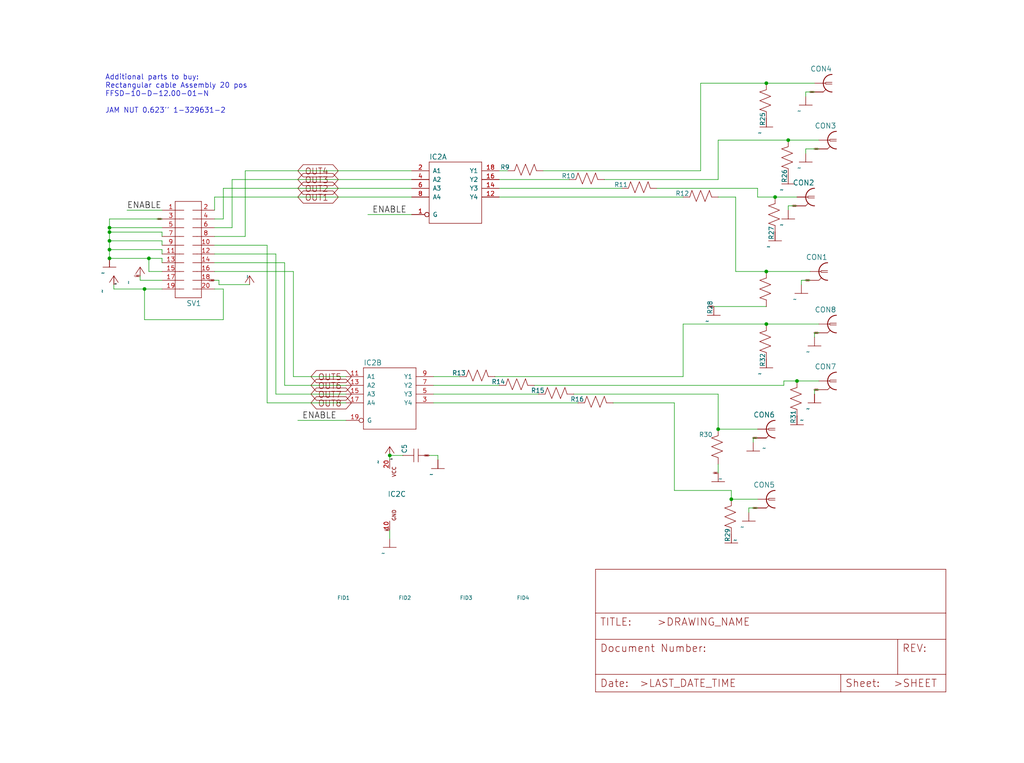
<source format=kicad_sch>
(kicad_sch (version 20211123) (generator eeschema)
  (paper "User" 297.002 221.31)
  (lib_symbols
    (symbol "breakout-eagle-import:+3V3" (power) (pin_names (offset 1.016))
      (property "Value" "+3V3" (at -2.54 -5.08 90))
      (symbol "+3V3_1_0"
        (polyline (pts (xy 0 0) (xy -1.27 -1.905)))
        (polyline (pts (xy 1.27 -1.905) (xy 0 0)))
        (pin power_in line (at 0 -2.54 90) (length 2.54) (name "+3V3") (number "1"))
      )
    )
    (symbol "breakout-eagle-import:+5V" (power) (pin_names (offset 1.016))
      (property "Value" "+5V" (at -2.54 -5.08 90))
      (symbol "+5V_1_0"
        (polyline (pts (xy 0 0) (xy -1.27 -1.905)))
        (polyline (pts (xy 1.27 -1.905) (xy 0 0)))
        (pin power_in line (at 0 -2.54 90) (length 2.54) (name "+5V") (number "1"))
      )
    )
    (symbol "breakout-eagle-import:74244DW" (pin_names (offset 1.016))
      (property "Reference" "IC" (at -0.635 -0.635 0))
      (symbol "74244DW_1_0"
        (polyline (pts (xy -7.62 -10.16) (xy 7.62 -10.16)))
        (polyline (pts (xy -7.62 7.62) (xy -7.62 -10.16)))
        (polyline (pts (xy 7.62 -10.16) (xy 7.62 7.62)))
        (polyline (pts (xy 7.62 7.62) (xy -7.62 7.62)))
        (pin input inverted (at -12.7 -7.62 0) (length 5.08) (name "G") (number "1"))
        (pin tri_state line (at 12.7 -2.54 180) (length 5.08) (name "Y4") (number "12"))
        (pin tri_state line (at 12.7 0 180) (length 5.08) (name "Y3") (number "14"))
        (pin tri_state line (at 12.7 2.54 180) (length 5.08) (name "Y2") (number "16"))
        (pin tri_state line (at 12.7 5.08 180) (length 5.08) (name "Y1") (number "18"))
        (pin input line (at -12.7 5.08 0) (length 5.08) (name "A1") (number "2"))
        (pin input line (at -12.7 2.54 0) (length 5.08) (name "A2") (number "4"))
        (pin input line (at -12.7 0 0) (length 5.08) (name "A3") (number "6"))
        (pin input line (at -12.7 -2.54 0) (length 5.08) (name "A4") (number "8"))
      )
      (symbol "74244DW_2_0"
        (polyline (pts (xy -7.62 -10.16) (xy 7.62 -10.16)))
        (polyline (pts (xy -7.62 7.62) (xy -7.62 -10.16)))
        (polyline (pts (xy 7.62 -10.16) (xy 7.62 7.62)))
        (polyline (pts (xy 7.62 7.62) (xy -7.62 7.62)))
        (pin input line (at -12.7 5.08 0) (length 5.08) (name "A1") (number "11"))
        (pin input line (at -12.7 2.54 0) (length 5.08) (name "A2") (number "13"))
        (pin input line (at -12.7 0 0) (length 5.08) (name "A3") (number "15"))
        (pin input line (at -12.7 -2.54 0) (length 5.08) (name "A4") (number "17"))
        (pin input inverted (at -12.7 -7.62 0) (length 5.08) (name "G") (number "19"))
        (pin tri_state line (at 12.7 -2.54 180) (length 5.08) (name "Y4") (number "3"))
        (pin tri_state line (at 12.7 0 180) (length 5.08) (name "Y3") (number "5"))
        (pin tri_state line (at 12.7 2.54 180) (length 5.08) (name "Y2") (number "7"))
        (pin tri_state line (at 12.7 5.08 180) (length 5.08) (name "Y1") (number "9"))
      )
      (symbol "74244DW_3_0"
        (text "GND" (at 1.905 -7.62 900) (effects (font (size 1.0668 1.0668)) (justify left bottom)))
        (text "VCC" (at 1.905 5.08 900) (effects (font (size 1.0668 1.0668)) (justify left bottom)))
        (pin power_in line (at 0 -10.16 90) (length 2.54) (name "GND") (number "10"))
        (pin power_in line (at 0 10.16 270) (length 2.54) (name "VCC") (number "20"))
      )
    )
    (symbol "breakout-eagle-import:BNC_361V504EFT" (pin_names (offset 1.016))
      (property "Reference" "CON" (at -5.08 3.302 0))
      (property "Value" "BNC_361V504EFT" (at -5.08 -5.08 0))
      (symbol "BNC_361V504EFT_1_0"
        (arc (start -5.08 -2.54) (mid -3.2839 -1.7961) (end -2.54 0) (stroke (width 0.254)))
        (arc (start -2.54 0) (mid -3.2839 1.7961) (end -5.08 2.54) (stroke (width 0.254)))
        (polyline (pts (xy -5.08 0.254) (xy -3.302 0.254)))
        (polyline (pts (xy -3.302 -0.254) (xy -5.08 -0.254)))
        (polyline (pts (xy -3.302 0.254) (xy -3.048 0)))
        (polyline (pts (xy -3.048 0) (xy -3.302 -0.254)))
        (polyline (pts (xy -2.54 -2.54) (xy -3.302 -1.778)))
        (polyline (pts (xy -2.54 0) (xy -3.048 0)))
        (pin bidirectional line (at 0 -2.54 180) (length 2.54) (name "2") (number "GND$1"))
        (pin bidirectional line (at 0 -2.54 180) (length 2.54) (name "2") (number "GND$2"))
        (pin passive line (at 0 0 180) (length 2.54) (name "1") (number "P$1"))
      )
    )
    (symbol "breakout-eagle-import:C_MLCC_SMDCMLCC_0603" (pin_names (offset 1.016))
      (property "Reference" "C" (at 0.5588 0.0508 0))
      (property "Value" "C_MLCC_SMDCMLCC_0603" (at 0.5588 -4.3688 0))
      (symbol "C_MLCC_SMDCMLCC_0603_1_0"
        (polyline (pts (xy -1.905 -1.905) (xy 0 -1.905)))
        (polyline (pts (xy 0 -1.905) (xy 0 -5.08)))
        (polyline (pts (xy 0 -1.905) (xy 1.905 -1.905)))
        (polyline (pts (xy 0 -0.635) (xy -1.905 -0.635)))
        (polyline (pts (xy 0 -0.635) (xy 0 2.54)))
        (polyline (pts (xy 1.905 -0.635) (xy 0 -0.635)))
        (pin passive line (at 0 2.54 270) (length 0) (name "1") (number "P$1"))
        (pin passive line (at 0 -5.08 90) (length 0) (name "2") (number "P$2"))
      )
    )
    (symbol "breakout-eagle-import:FIDUCIAL-1.5MM" (pin_names (offset 1.016))
      (property "Reference" "FID" (at 0 0 0))
      (property "Value" "FIDUCIAL-1.5MM" (at 0 -2.54 0))
    )
    (symbol "breakout-eagle-import:GND" (power) (pin_names (offset 1.016))
      (property "Value" "GND" (at -2.54 -2.54 0))
      (symbol "GND_1_0"
        (polyline (pts (xy -1.905 0) (xy 1.905 0)))
        (pin power_in line (at 0 2.54 270) (length 2.54) (name "GND") (number "1"))
      )
    )
    (symbol "breakout-eagle-import:LETTER_L" (pin_names (offset 1.016))
      (symbol "LETTER_L_2_0"
        (polyline (pts (xy 0 0) (xy 0 5.08)))
        (polyline (pts (xy 0 0) (xy 71.12 0)))
        (polyline (pts (xy 0 5.08) (xy 0 15.24)))
        (polyline (pts (xy 0 5.08) (xy 71.12 5.08)))
        (polyline (pts (xy 0 15.24) (xy 0 22.86)))
        (polyline (pts (xy 0 22.86) (xy 0 35.56)))
        (polyline (pts (xy 0 22.86) (xy 101.6 22.86)))
        (polyline (pts (xy 71.12 0) (xy 101.6 0)))
        (polyline (pts (xy 71.12 5.08) (xy 71.12 0)))
        (polyline (pts (xy 71.12 5.08) (xy 87.63 5.08)))
        (polyline (pts (xy 87.63 5.08) (xy 101.6 5.08)))
        (polyline (pts (xy 87.63 15.24) (xy 0 15.24)))
        (polyline (pts (xy 87.63 15.24) (xy 87.63 5.08)))
        (polyline (pts (xy 101.6 5.08) (xy 101.6 0)))
        (polyline (pts (xy 101.6 15.24) (xy 87.63 15.24)))
        (polyline (pts (xy 101.6 15.24) (xy 101.6 5.08)))
        (polyline (pts (xy 101.6 22.86) (xy 101.6 15.24)))
        (polyline (pts (xy 101.6 35.56) (xy 0 35.56)))
        (polyline (pts (xy 101.6 35.56) (xy 101.6 22.86)))
        (text ">DRAWING_NAME" (at 17.78 19.05 0) (effects (font (size 2.159 2.159)) (justify left bottom)))
        (text ">LAST_DATE_TIME" (at 12.7 1.27 0) (effects (font (size 2.159 2.159)) (justify left bottom)))
        (text ">SHEET" (at 86.36 1.27 0) (effects (font (size 2.159 2.159)) (justify left bottom)))
        (text "Date:" (at 1.27 1.27 0) (effects (font (size 2.159 2.159)) (justify left bottom)))
        (text "Document Number:" (at 1.27 11.43 0) (effects (font (size 2.159 2.159)) (justify left bottom)))
        (text "REV:" (at 88.9 11.43 0) (effects (font (size 2.159 2.159)) (justify left bottom)))
        (text "Sheet:" (at 72.39 1.27 0) (effects (font (size 2.159 2.159)) (justify left bottom)))
        (text "TITLE:" (at 1.27 19.05 0) (effects (font (size 2.159 2.159)) (justify left bottom)))
      )
    )
    (symbol "breakout-eagle-import:ML20" (pin_names (offset 1.016))
      (property "Reference" "SV" (at -3.81 13.462 0))
      (property "Value" "ML20" (at -3.81 -17.78 0))
      (symbol "ML20_1_0"
        (polyline (pts (xy -3.81 12.7) (xy -3.81 -15.24)))
        (polyline (pts (xy -3.81 12.7) (xy 3.81 12.7)))
        (polyline (pts (xy -2.54 -12.7) (xy -1.27 -12.7)))
        (polyline (pts (xy -2.54 -10.16) (xy -1.27 -10.16)))
        (polyline (pts (xy -2.54 -7.62) (xy -1.27 -7.62)))
        (polyline (pts (xy -2.54 -5.08) (xy -1.27 -5.08)))
        (polyline (pts (xy -2.54 -2.54) (xy -1.27 -2.54)))
        (polyline (pts (xy -2.54 0) (xy -1.27 0)))
        (polyline (pts (xy -2.54 2.54) (xy -1.27 2.54)))
        (polyline (pts (xy -2.54 5.08) (xy -1.27 5.08)))
        (polyline (pts (xy -2.54 7.62) (xy -1.27 7.62)))
        (polyline (pts (xy -2.54 10.16) (xy -1.27 10.16)))
        (polyline (pts (xy 1.27 -12.7) (xy 2.54 -12.7)))
        (polyline (pts (xy 1.27 -10.16) (xy 2.54 -10.16)))
        (polyline (pts (xy 1.27 -7.62) (xy 2.54 -7.62)))
        (polyline (pts (xy 1.27 -5.08) (xy 2.54 -5.08)))
        (polyline (pts (xy 1.27 -2.54) (xy 2.54 -2.54)))
        (polyline (pts (xy 1.27 0) (xy 2.54 0)))
        (polyline (pts (xy 1.27 2.54) (xy 2.54 2.54)))
        (polyline (pts (xy 1.27 5.08) (xy 2.54 5.08)))
        (polyline (pts (xy 1.27 7.62) (xy 2.54 7.62)))
        (polyline (pts (xy 1.27 10.16) (xy 2.54 10.16)))
        (polyline (pts (xy 3.81 -15.24) (xy -3.81 -15.24)))
        (polyline (pts (xy 3.81 -15.24) (xy 3.81 12.7)))
        (pin passive line (at 7.62 -12.7 180) (length 5.08) (name "1") (number "1"))
        (pin passive line (at -7.62 -2.54 0) (length 5.08) (name "10") (number "10"))
        (pin passive line (at 7.62 0 180) (length 5.08) (name "11") (number "11"))
        (pin passive line (at -7.62 0 0) (length 5.08) (name "12") (number "12"))
        (pin passive line (at 7.62 2.54 180) (length 5.08) (name "13") (number "13"))
        (pin passive line (at -7.62 2.54 0) (length 5.08) (name "14") (number "14"))
        (pin passive line (at 7.62 5.08 180) (length 5.08) (name "15") (number "15"))
        (pin passive line (at -7.62 5.08 0) (length 5.08) (name "16") (number "16"))
        (pin passive line (at 7.62 7.62 180) (length 5.08) (name "17") (number "17"))
        (pin passive line (at -7.62 7.62 0) (length 5.08) (name "18") (number "18"))
        (pin passive line (at 7.62 10.16 180) (length 5.08) (name "19") (number "19"))
        (pin passive line (at -7.62 -12.7 0) (length 5.08) (name "2") (number "2"))
        (pin passive line (at -7.62 10.16 0) (length 5.08) (name "20") (number "20"))
        (pin passive line (at 7.62 -10.16 180) (length 5.08) (name "3") (number "3"))
        (pin passive line (at -7.62 -10.16 0) (length 5.08) (name "4") (number "4"))
        (pin passive line (at 7.62 -7.62 180) (length 5.08) (name "5") (number "5"))
        (pin passive line (at -7.62 -7.62 0) (length 5.08) (name "6") (number "6"))
        (pin passive line (at 7.62 -5.08 180) (length 5.08) (name "7") (number "7"))
        (pin passive line (at -7.62 -5.08 0) (length 5.08) (name "8") (number "8"))
        (pin passive line (at 7.62 -2.54 180) (length 5.08) (name "9") (number "9"))
      )
    )
    (symbol "breakout-eagle-import:R_SMDR0603" (pin_names (offset 1.016))
      (property "Reference" "R" (at -7.2898 0.3048 0))
      (property "Value" "R_SMDR0603" (at 3.3274 0.3048 0))
      (symbol "R_SMDR0603_1_0"
        (polyline (pts (xy -3.175 0) (xy -5.08 0)))
        (polyline (pts (xy -2.54 1.905) (xy -3.175 0)))
        (polyline (pts (xy -2.54 1.905) (xy -1.27 -1.27)))
        (polyline (pts (xy -1.27 -1.27) (xy 0 1.905)))
        (polyline (pts (xy 0 1.905) (xy 1.27 -1.27)))
        (polyline (pts (xy 1.27 -1.27) (xy 2.54 1.905)))
        (polyline (pts (xy 2.54 1.905) (xy 3.175 0)))
        (polyline (pts (xy 3.175 0) (xy 5.08 0)))
        (pin passive line (at -5.08 0 0) (length 0) (name "1") (number "P$1"))
        (pin passive line (at 5.08 0 180) (length 0) (name "2") (number "P$2"))
      )
    )
  )
  (junction (at 31.75 69.85))
  (junction (at 41.91 83.82))
  (junction (at 222.25 24.13))
  (junction (at 113.03 132.08))
  (junction (at 222.25 93.98))
  (junction (at 231.14 110.49))
  (junction (at 31.75 72.39))
  (junction (at 222.25 78.74))
  (junction (at 208.28 124.46))
  (junction (at 31.75 67.31))
  (junction (at 31.75 66.04))
  (junction (at 228.6 40.64))
  (junction (at 31.75 74.93))
  (junction (at 212.09 144.78))
  (junction (at 224.79 57.15))
  (junction (at 43.18 74.93))
  (wire (pts (xy 213.36 57.15) (xy 213.36 78.74)))
  (wire (pts (xy 144.78 52.07) (xy 165.1 52.07)))
  (wire (pts (xy 236.22 96.52) (xy 236.22 97.79)))
  (wire (pts (xy 64.77 92.71) (xy 41.91 92.71)))
  (wire (pts (xy 198.12 93.98) (xy 222.25 93.98)))
  (wire (pts (xy 207.01 88.9) (xy 222.25 88.9)))
  (wire (pts (xy 208.28 40.64) (xy 228.6 40.64)))
  (wire (pts (xy 237.49 113.03) (xy 236.22 113.03)))
  (wire (pts (xy 80.01 73.66) (xy 80.01 114.3)))
  (wire (pts (xy 236.22 26.67) (xy 233.68 26.67)))
  (wire (pts (xy 177.8 116.84) (xy 195.58 116.84)))
  (wire (pts (xy 67.31 52.07) (xy 119.38 52.07)))
  (wire (pts (xy 125.73 114.3) (xy 156.21 114.3)))
  (wire (pts (xy 46.99 73.66) (xy 46.99 72.39)))
  (wire (pts (xy 46.99 74.93) (xy 43.18 74.93)))
  (wire (pts (xy 62.23 78.74) (xy 85.09 78.74)))
  (wire (pts (xy 100.33 121.92) (xy 86.36 121.92)))
  (wire (pts (xy 41.91 92.71) (xy 41.91 83.82)))
  (wire (pts (xy 85.09 109.22) (xy 100.33 109.22)))
  (wire (pts (xy 31.75 72.39) (xy 31.75 69.85)))
  (wire (pts (xy 124.46 132.08) (xy 127 132.08)))
  (wire (pts (xy 62.23 63.5) (xy 64.77 63.5)))
  (wire (pts (xy 85.09 78.74) (xy 85.09 109.22)))
  (wire (pts (xy 43.18 74.93) (xy 31.75 74.93)))
  (wire (pts (xy 46.99 72.39) (xy 31.75 72.39)))
  (wire (pts (xy 82.55 111.76) (xy 100.33 111.76)))
  (wire (pts (xy 62.23 71.12) (xy 77.47 71.12)))
  (wire (pts (xy 233.68 26.67) (xy 233.68 27.94)))
  (wire (pts (xy 222.25 93.98) (xy 237.49 93.98)))
  (wire (pts (xy 46.99 66.04) (xy 31.75 66.04)))
  (wire (pts (xy 208.28 57.15) (xy 213.36 57.15)))
  (wire (pts (xy 198.12 109.22) (xy 198.12 93.98)))
  (wire (pts (xy 234.95 81.28) (xy 232.41 81.28)))
  (wire (pts (xy 63.5 82.55) (xy 72.39 82.55)))
  (wire (pts (xy 62.23 83.82) (xy 64.77 83.82)))
  (wire (pts (xy 62.23 81.28) (xy 63.5 81.28)))
  (wire (pts (xy 62.23 76.2) (xy 82.55 76.2)))
  (wire (pts (xy 203.2 49.53) (xy 203.2 24.13)))
  (wire (pts (xy 46.99 68.58) (xy 46.99 67.31)))
  (wire (pts (xy 208.28 114.3) (xy 208.28 124.46)))
  (wire (pts (xy 233.68 43.18) (xy 233.68 44.45)))
  (wire (pts (xy 144.78 57.15) (xy 198.12 57.15)))
  (wire (pts (xy 64.77 63.5) (xy 64.77 54.61)))
  (wire (pts (xy 31.75 67.31) (xy 31.75 66.04)))
  (wire (pts (xy 237.49 43.18) (xy 233.68 43.18)))
  (wire (pts (xy 227.33 111.76) (xy 227.33 110.49)))
  (wire (pts (xy 62.23 66.04) (xy 67.31 66.04)))
  (wire (pts (xy 217.17 147.32) (xy 217.17 148.59)))
  (wire (pts (xy 231.14 110.49) (xy 237.49 110.49)))
  (wire (pts (xy 175.26 52.07) (xy 208.28 52.07)))
  (wire (pts (xy 222.25 24.13) (xy 236.22 24.13)))
  (wire (pts (xy 219.71 57.15) (xy 224.79 57.15)))
  (wire (pts (xy 46.99 69.85) (xy 31.75 69.85)))
  (wire (pts (xy 127 132.08) (xy 127 133.35)))
  (wire (pts (xy 71.12 49.53) (xy 119.38 49.53)))
  (wire (pts (xy 62.23 73.66) (xy 80.01 73.66)))
  (wire (pts (xy 222.25 78.74) (xy 234.95 78.74)))
  (wire (pts (xy 46.99 67.31) (xy 31.75 67.31)))
  (wire (pts (xy 219.71 147.32) (xy 217.17 147.32)))
  (wire (pts (xy 195.58 142.24) (xy 212.09 142.24)))
  (wire (pts (xy 125.73 111.76) (xy 144.78 111.76)))
  (wire (pts (xy 113.03 132.08) (xy 116.84 132.08)))
  (wire (pts (xy 82.55 76.2) (xy 82.55 111.76)))
  (wire (pts (xy 64.77 83.82) (xy 64.77 92.71)))
  (wire (pts (xy 80.01 114.3) (xy 100.33 114.3)))
  (wire (pts (xy 46.99 71.12) (xy 46.99 69.85)))
  (wire (pts (xy 46.99 63.5) (xy 31.75 63.5)))
  (wire (pts (xy 228.6 40.64) (xy 237.49 40.64)))
  (wire (pts (xy 43.18 78.74) (xy 43.18 74.93)))
  (wire (pts (xy 40.64 81.28) (xy 46.99 81.28)))
  (wire (pts (xy 31.75 74.93) (xy 31.75 72.39)))
  (wire (pts (xy 71.12 68.58) (xy 71.12 49.53)))
  (wire (pts (xy 166.37 114.3) (xy 208.28 114.3)))
  (wire (pts (xy 46.99 83.82) (xy 41.91 83.82)))
  (wire (pts (xy 62.23 60.96) (xy 62.23 57.15)))
  (wire (pts (xy 212.09 144.78) (xy 219.71 144.78)))
  (wire (pts (xy 125.73 116.84) (xy 167.64 116.84)))
  (wire (pts (xy 231.14 59.69) (xy 228.6 59.69)))
  (wire (pts (xy 31.75 66.04) (xy 31.75 63.5)))
  (wire (pts (xy 208.28 52.07) (xy 208.28 40.64)))
  (wire (pts (xy 232.41 81.28) (xy 232.41 82.55)))
  (wire (pts (xy 119.38 62.23) (xy 106.68 62.23)))
  (wire (pts (xy 113.03 153.67) (xy 113.03 156.21)))
  (wire (pts (xy 203.2 24.13) (xy 222.25 24.13)))
  (wire (pts (xy 63.5 81.28) (xy 63.5 82.55)))
  (wire (pts (xy 208.28 124.46) (xy 219.71 124.46)))
  (wire (pts (xy 77.47 116.84) (xy 100.33 116.84)))
  (wire (pts (xy 144.78 49.53) (xy 147.32 49.53)))
  (wire (pts (xy 46.99 78.74) (xy 43.18 78.74)))
  (wire (pts (xy 46.99 76.2) (xy 46.99 74.93)))
  (wire (pts (xy 144.78 54.61) (xy 180.34 54.61)))
  (wire (pts (xy 228.6 59.69) (xy 228.6 60.96)))
  (wire (pts (xy 113.03 133.35) (xy 113.03 132.08)))
  (wire (pts (xy 218.44 127) (xy 218.44 128.27)))
  (wire (pts (xy 125.73 109.22) (xy 133.35 109.22)))
  (wire (pts (xy 62.23 68.58) (xy 71.12 68.58)))
  (wire (pts (xy 46.99 60.96) (xy 36.83 60.96)))
  (wire (pts (xy 33.02 82.55) (xy 33.02 83.82)))
  (wire (pts (xy 213.36 78.74) (xy 222.25 78.74)))
  (wire (pts (xy 64.77 54.61) (xy 119.38 54.61)))
  (wire (pts (xy 219.71 127) (xy 218.44 127)))
  (wire (pts (xy 41.91 83.82) (xy 33.02 83.82)))
  (wire (pts (xy 227.33 110.49) (xy 231.14 110.49)))
  (wire (pts (xy 237.49 96.52) (xy 236.22 96.52)))
  (wire (pts (xy 190.5 54.61) (xy 219.71 54.61)))
  (wire (pts (xy 154.94 111.76) (xy 227.33 111.76)))
  (wire (pts (xy 212.09 142.24) (xy 212.09 144.78)))
  (wire (pts (xy 77.47 71.12) (xy 77.47 116.84)))
  (wire (pts (xy 67.31 66.04) (xy 67.31 52.07)))
  (wire (pts (xy 219.71 54.61) (xy 219.71 57.15)))
  (wire (pts (xy 224.79 57.15) (xy 231.14 57.15)))
  (wire (pts (xy 31.75 69.85) (xy 31.75 67.31)))
  (wire (pts (xy 143.51 109.22) (xy 198.12 109.22)))
  (wire (pts (xy 40.64 80.01) (xy 40.64 81.28)))
  (wire (pts (xy 62.23 57.15) (xy 119.38 57.15)))
  (wire (pts (xy 208.28 137.16) (xy 208.28 134.62)))
  (wire (pts (xy 157.48 49.53) (xy 203.2 49.53)))
  (wire (pts (xy 236.22 113.03) (xy 236.22 114.3)))
  (wire (pts (xy 195.58 116.84) (xy 195.58 142.24)))
  (text "Additional parts to buy:\nRectangular cable Assembly 20 pos\nFFSD-10-D-12.00-01-N\n\nJAM NUT 0.623'' 1-329631-2" (at 30.48 33.02 0) (effects (font (size 1.4986 1.4986)) (justify left bottom)))
  (label "ENABLE" (at 36.83 60.96 0) (effects (font (size 1.778 1.778))))
  (label "+5V" (at 33.02 82.55 0) (effects (font (size 0.254 0.254))))
  (label "ENABLE" (at 107.95 62.23 0) (effects (font (size 1.778 1.778))))
  (label "ENABLE" (at 87.63 121.92 0) (effects (font (size 1.778 1.778))))
  (label "+5V" (at 113.03 133.35 0) (effects (font (size 0.254 0.254))))
  (global_label "GND" (shape bidirectional) (at 237.49 113.03 180) (effects (font (size 0.254 0.254))) (property "Intersheet References" "${INTERSHEET_REFS}" (effects hide)))
  (global_label "GND" (shape bidirectional) (at 219.71 147.32 180) (effects (font (size 0.254 0.254))) (property "Intersheet References" "${INTERSHEET_REFS}" (effects hide)))
  (global_label "OUT1" (shape bidirectional) (at 86.36 57.15 0) (effects (font (size 1.778 1.778))) (property "Intersheet References" "${INTERSHEET_REFS}" (effects hide)))
  (global_label "OUT3" (shape bidirectional) (at 86.36 52.07 0) (effects (font (size 1.778 1.778))) (property "Intersheet References" "${INTERSHEET_REFS}" (effects hide)))
  (global_label "GND" (shape bidirectional) (at 208.28 137.16 180) (effects (font (size 0.254 0.254))) (property "Intersheet References" "${INTERSHEET_REFS}" (effects hide)))
  (global_label "+3V3" (shape bidirectional) (at 62.23 81.28 180) (effects (font (size 0.254 0.254))) (property "Intersheet References" "${INTERSHEET_REFS}" (effects hide)))
  (global_label "OUT5" (shape bidirectional) (at 90.17 109.22 0) (effects (font (size 1.778 1.778))) (property "Intersheet References" "${INTERSHEET_REFS}" (effects hide)))
  (global_label "OUT7" (shape bidirectional) (at 90.17 114.3 0) (effects (font (size 1.778 1.778))) (property "Intersheet References" "${INTERSHEET_REFS}" (effects hide)))
  (global_label "GND" (shape bidirectional) (at 207.01 88.9 180) (effects (font (size 0.254 0.254))) (property "Intersheet References" "${INTERSHEET_REFS}" (effects hide)))
  (global_label "GND" (shape bidirectional) (at 234.95 81.28 180) (effects (font (size 0.254 0.254))) (property "Intersheet References" "${INTERSHEET_REFS}" (effects hide)))
  (global_label "GND" (shape bidirectional) (at 124.46 132.08 180) (effects (font (size 0.254 0.254))) (property "Intersheet References" "${INTERSHEET_REFS}" (effects hide)))
  (global_label "OUT2" (shape bidirectional) (at 86.36 54.61 0) (effects (font (size 1.778 1.778))) (property "Intersheet References" "${INTERSHEET_REFS}" (effects hide)))
  (global_label "GND" (shape bidirectional) (at 46.99 63.5 180) (effects (font (size 0.254 0.254))) (property "Intersheet References" "${INTERSHEET_REFS}" (effects hide)))
  (global_label "GND" (shape bidirectional) (at 113.03 153.67 180) (effects (font (size 0.254 0.254))) (property "Intersheet References" "${INTERSHEET_REFS}" (effects hide)))
  (global_label "OUT4" (shape bidirectional) (at 86.36 49.53 0) (effects (font (size 1.778 1.778))) (property "Intersheet References" "${INTERSHEET_REFS}" (effects hide)))
  (global_label "GND" (shape bidirectional) (at 219.71 127 180) (effects (font (size 0.254 0.254))) (property "Intersheet References" "${INTERSHEET_REFS}" (effects hide)))
  (global_label "GND" (shape bidirectional) (at 237.49 96.52 180) (effects (font (size 0.254 0.254))) (property "Intersheet References" "${INTERSHEET_REFS}" (effects hide)))
  (global_label "OUT6" (shape bidirectional) (at 90.17 111.76 0) (effects (font (size 1.778 1.778))) (property "Intersheet References" "${INTERSHEET_REFS}" (effects hide)))
  (global_label "GND" (shape bidirectional) (at 237.49 43.18 180) (effects (font (size 0.254 0.254))) (property "Intersheet References" "${INTERSHEET_REFS}" (effects hide)))
  (global_label "+3V3" (shape bidirectional) (at 40.64 80.01 180) (effects (font (size 0.254 0.254))) (property "Intersheet References" "${INTERSHEET_REFS}" (effects hide)))
  (global_label "OUT8" (shape bidirectional) (at 90.17 116.84 0) (effects (font (size 1.778 1.778))) (property "Intersheet References" "${INTERSHEET_REFS}" (effects hide)))
  (global_label "GND" (shape bidirectional) (at 231.14 59.69 180) (effects (font (size 0.254 0.254))) (property "Intersheet References" "${INTERSHEET_REFS}" (effects hide)))
  (global_label "GND" (shape bidirectional) (at 236.22 26.67 180) (effects (font (size 0.254 0.254))) (property "Intersheet References" "${INTERSHEET_REFS}" (effects hide)))
  (symbol (lib_id "breakout-eagle-import:GND") (at 222.25 36.83 0) (unit 1)
    (property "Reference" "#GND28" (effects hide))
  )
  (symbol (lib_id "breakout-eagle-import:C_MLCC_SMDCMLCC_0603") (at 119.38 132.08 90) (unit 1)
    (property "Reference" "C5" (at 118.0338 131.5212 0) (effects (font (size 1.2954 1.2954)) (justify left bottom)))
    (property "PARTNO" "C3225X5R1E106K250AA" (effects hide))
  )
  (symbol (lib_id "breakout-eagle-import:R_SMDR0603") (at 185.42 54.61 0) (unit 1)
    (property "Reference" "R11" (at 178.1048 54.3052 0) (effects (font (size 1.2954 1.2954)) (justify left bottom)))
    (property "PARTNO" "RK73H1JTTD24R9F" (effects hide))
  )
  (symbol (lib_id "breakout-eagle-import:GND") (at 231.14 123.19 0) (unit 1)
    (property "Reference" "#GND34" (effects hide))
  )
  (symbol (lib_id "breakout-eagle-import:GND") (at 233.68 30.48 0) (unit 1)
    (property "Reference" "#GND2" (effects hide))
  )
  (symbol (lib_id "breakout-eagle-import:R_SMDR0603") (at 161.29 114.3 0) (unit 1)
    (property "Reference" "R15" (at 153.9748 113.9952 0) (effects (font (size 1.2954 1.2954)) (justify left bottom)))
    (property "PARTNO" "RK73H1JTTD24R9F" (effects hide))
  )
  (symbol (lib_id "breakout-eagle-import:BNC_361V504EFT") (at 219.71 144.78 0) (mirror y) (unit 1)
    (property "Reference" "CON5" (at 224.79 141.478 0) (effects (font (size 1.4986 1.4986)) (justify left bottom)))
    (property "PARTNO" "361V504EFT" (effects hide))
  )
  (symbol (lib_id "breakout-eagle-import:+5V") (at 33.02 80.01 0) (unit 1)
    (property "Reference" "#P+2" (effects hide))
  )
  (symbol (lib_id "breakout-eagle-import:BNC_361V504EFT") (at 219.71 124.46 0) (mirror y) (unit 1)
    (property "Reference" "CON6" (at 224.79 121.158 0) (effects (font (size 1.4986 1.4986)) (justify left bottom)))
    (property "PARTNO" "361V504EFT" (effects hide))
  )
  (symbol (lib_id "breakout-eagle-import:BNC_361V504EFT") (at 237.49 110.49 0) (mirror y) (unit 1)
    (property "Reference" "CON7" (at 242.57 107.188 0) (effects (font (size 1.4986 1.4986)) (justify left bottom)))
    (property "PARTNO" "361V504EFT" (effects hide))
  )
  (symbol (lib_id "breakout-eagle-import:FIDUCIAL-1.5MM") (at 133.35 173.99 0) (unit 1)
    (property "Reference" "FID3" (at 133.35 173.99 0) (effects (font (size 1.0668 1.0668)) (justify left bottom)))
  )
  (symbol (lib_id "breakout-eagle-import:GND") (at 127 135.89 0) (unit 1)
    (property "Reference" "#GND19" (effects hide))
  )
  (symbol (lib_id "breakout-eagle-import:R_SMDR0603") (at 212.09 149.86 90) (unit 1)
    (property "Reference" "R29" (at 211.7598 157.1752 0) (effects (font (size 1.2954 1.2954)) (justify left bottom)))
  )
  (symbol (lib_id "breakout-eagle-import:R_SMDR0603") (at 224.79 62.23 90) (unit 1)
    (property "Reference" "R27" (at 224.4598 69.5452 0) (effects (font (size 1.2954 1.2954)) (justify left bottom)))
  )
  (symbol (lib_id "breakout-eagle-import:74244DW") (at 113.03 143.51 0) (unit 3)
    (property "Reference" "IC2" (at 112.395 144.145 0) (effects (font (size 1.4986 1.4986)) (justify left bottom)))
    (property "PARTNO" "SN74S244DWR " (effects hide))
  )
  (symbol (lib_id "breakout-eagle-import:74244DW") (at 113.03 114.3 0) (unit 2)
    (property "Reference" "IC2" (at 105.41 106.045 0) (effects (font (size 1.4986 1.4986)) (justify left bottom)))
    (property "PARTNO" "SN74S244DWR " (effects hide))
  )
  (symbol (lib_id "breakout-eagle-import:74244DW") (at 132.08 54.61 0) (unit 1)
    (property "Reference" "IC2" (at 124.46 46.355 0) (effects (font (size 1.4986 1.4986)) (justify left bottom)))
    (property "PARTNO" "SN74S244DWR " (effects hide))
  )
  (symbol (lib_id "breakout-eagle-import:ML20") (at 54.61 73.66 180) (unit 1)
    (property "Reference" "SV1" (at 58.42 87.122 0) (effects (font (size 1.4986 1.4986)) (justify left bottom)))
    (property "PARTNO" "302-S201" (effects hide))
  )
  (symbol (lib_id "breakout-eagle-import:BNC_361V504EFT") (at 237.49 40.64 0) (mirror y) (unit 1)
    (property "Reference" "CON3" (at 242.57 37.338 0) (effects (font (size 1.4986 1.4986)) (justify left bottom)))
    (property "PARTNO" "361V504EFT" (effects hide))
  )
  (symbol (lib_id "breakout-eagle-import:R_SMDR0603") (at 172.72 116.84 0) (unit 1)
    (property "Reference" "R16" (at 165.4048 116.5352 0) (effects (font (size 1.2954 1.2954)) (justify left bottom)))
    (property "PARTNO" "RK73H1JTTD24R9F" (effects hide))
  )
  (symbol (lib_id "breakout-eagle-import:R_SMDR0603") (at 138.43 109.22 0) (unit 1)
    (property "Reference" "R13" (at 131.1148 108.9152 0) (effects (font (size 1.2954 1.2954)) (justify left bottom)))
    (property "PARTNO" "RK73H1JTTD24R9F" (effects hide))
  )
  (symbol (lib_id "breakout-eagle-import:LETTER_L") (at 172.72 200.66 0) (unit 2)
    (property "Reference" "#FRAME1" (effects hide))
  )
  (symbol (lib_id "breakout-eagle-import:LETTER_L") (at 25.4 200.66 0) (unit 1)
    (property "Reference" "#FRAME1" (effects hide))
  )
  (symbol (lib_id "breakout-eagle-import:GND") (at 217.17 151.13 0) (unit 1)
    (property "Reference" "#GND3" (effects hide))
  )
  (symbol (lib_id "breakout-eagle-import:R_SMDR0603") (at 231.14 115.57 90) (unit 1)
    (property "Reference" "R31" (at 230.8098 122.8852 0) (effects (font (size 1.2954 1.2954)) (justify left bottom)))
  )
  (symbol (lib_id "breakout-eagle-import:BNC_361V504EFT") (at 236.22 24.13 0) (mirror y) (unit 1)
    (property "Reference" "CON4" (at 241.3 20.828 0) (effects (font (size 1.4986 1.4986)) (justify left bottom)))
    (property "PARTNO" "361V504EFT" (effects hide))
  )
  (symbol (lib_id "breakout-eagle-import:GND") (at 208.28 139.7 0) (unit 1)
    (property "Reference" "#GND33" (effects hide))
  )
  (symbol (lib_id "breakout-eagle-import:R_SMDR0603") (at 149.86 111.76 0) (unit 1)
    (property "Reference" "R14" (at 142.5448 111.4552 0) (effects (font (size 1.2954 1.2954)) (justify left bottom)))
    (property "PARTNO" "RK73H1JTTD24R9F" (effects hide))
  )
  (symbol (lib_id "breakout-eagle-import:BNC_361V504EFT") (at 234.95 78.74 0) (mirror y) (unit 1)
    (property "Reference" "CON1" (at 240.03 75.438 0) (effects (font (size 1.4986 1.4986)) (justify left bottom)))
    (property "PARTNO" "361V504EFT" (effects hide))
  )
  (symbol (lib_id "breakout-eagle-import:GND") (at 228.6 63.5 0) (unit 1)
    (property "Reference" "#GND7" (effects hide))
  )
  (symbol (lib_id "breakout-eagle-import:GND") (at 31.75 77.47 0) (unit 1)
    (property "Reference" "#GND13" (effects hide))
  )
  (symbol (lib_id "breakout-eagle-import:R_SMDR0603") (at 228.6 45.72 90) (unit 1)
    (property "Reference" "R26" (at 228.2698 53.0352 0) (effects (font (size 1.2954 1.2954)) (justify left bottom)))
  )
  (symbol (lib_id "breakout-eagle-import:GND") (at 236.22 100.33 0) (unit 1)
    (property "Reference" "#GND6" (effects hide))
  )
  (symbol (lib_id "breakout-eagle-import:FIDUCIAL-1.5MM") (at 149.86 173.99 0) (unit 1)
    (property "Reference" "FID4" (at 149.86 173.99 0) (effects (font (size 1.0668 1.0668)) (justify left bottom)))
  )
  (symbol (lib_id "breakout-eagle-import:BNC_361V504EFT") (at 237.49 93.98 0) (mirror y) (unit 1)
    (property "Reference" "CON8" (at 242.57 90.678 0) (effects (font (size 1.4986 1.4986)) (justify left bottom)))
    (property "PARTNO" "361V504EFT" (effects hide))
  )
  (symbol (lib_id "breakout-eagle-import:R_SMDR0603") (at 170.18 52.07 0) (unit 1)
    (property "Reference" "R10" (at 162.8648 51.7652 0) (effects (font (size 1.2954 1.2954)) (justify left bottom)))
    (property "PARTNO" "RK73H1JTTD24R9F" (effects hide))
  )
  (symbol (lib_id "breakout-eagle-import:+5V") (at 113.03 129.54 0) (unit 1)
    (property "Reference" "#P+1" (effects hide))
  )
  (symbol (lib_id "breakout-eagle-import:GND") (at 212.09 157.48 0) (unit 1)
    (property "Reference" "#GND32" (effects hide))
  )
  (symbol (lib_id "breakout-eagle-import:R_SMDR0603") (at 222.25 29.21 90) (unit 1)
    (property "Reference" "R25" (at 221.9198 36.5252 0) (effects (font (size 1.2954 1.2954)) (justify left bottom)))
  )
  (symbol (lib_id "breakout-eagle-import:R_SMDR0603") (at 203.2 57.15 0) (unit 1)
    (property "Reference" "R12" (at 195.8848 56.8452 0) (effects (font (size 1.2954 1.2954)) (justify left bottom)))
    (property "PARTNO" "RK73H1JTTD24R9F" (effects hide))
  )
  (symbol (lib_id "breakout-eagle-import:GND") (at 228.6 53.34 0) (unit 1)
    (property "Reference" "#GND29" (effects hide))
  )
  (symbol (lib_id "breakout-eagle-import:R_SMDR0603") (at 222.25 99.06 90) (unit 1)
    (property "Reference" "R32" (at 221.9198 106.3752 0) (effects (font (size 1.2954 1.2954)) (justify left bottom)))
  )
  (symbol (lib_id "breakout-eagle-import:BNC_361V504EFT") (at 231.14 57.15 0) (mirror y) (unit 1)
    (property "Reference" "CON2" (at 236.22 53.848 0) (effects (font (size 1.4986 1.4986)) (justify left bottom)))
    (property "PARTNO" "361V504EFT" (effects hide))
  )
  (symbol (lib_id "breakout-eagle-import:GND") (at 222.25 106.68 0) (unit 1)
    (property "Reference" "#GND35" (effects hide))
  )
  (symbol (lib_id "breakout-eagle-import:+3V3") (at 40.64 77.47 0) (unit 1)
    (property "Reference" "#+3V5" (effects hide))
  )
  (symbol (lib_id "breakout-eagle-import:R_SMDR0603") (at 208.28 129.54 90) (unit 1)
    (property "Reference" "R30" (at 206.6798 125.2982 90) (effects (font (size 1.2954 1.2954)) (justify left bottom)))
  )
  (symbol (lib_id "breakout-eagle-import:GND") (at 218.44 130.81 0) (unit 1)
    (property "Reference" "#GND4" (effects hide))
  )
  (symbol (lib_id "breakout-eagle-import:FIDUCIAL-1.5MM") (at 97.79 173.99 0) (unit 1)
    (property "Reference" "FID1" (at 97.79 173.99 0) (effects (font (size 1.0668 1.0668)) (justify left bottom)))
  )
  (symbol (lib_id "breakout-eagle-import:GND") (at 233.68 46.99 0) (unit 1)
    (property "Reference" "#GND1" (effects hide))
  )
  (symbol (lib_id "breakout-eagle-import:GND") (at 232.41 85.09 0) (unit 1)
    (property "Reference" "#GND8" (effects hide))
  )
  (symbol (lib_id "breakout-eagle-import:GND") (at 113.03 158.75 0) (unit 1)
    (property "Reference" "#GND18" (effects hide))
  )
  (symbol (lib_id "breakout-eagle-import:FIDUCIAL-1.5MM") (at 115.57 173.99 0) (unit 1)
    (property "Reference" "FID2" (at 115.57 173.99 0) (effects (font (size 1.0668 1.0668)) (justify left bottom)))
  )
  (symbol (lib_id "breakout-eagle-import:GND") (at 207.01 91.44 0) (unit 1)
    (property "Reference" "#GND31" (effects hide))
  )
  (symbol (lib_id "breakout-eagle-import:GND") (at 224.79 69.85 0) (unit 1)
    (property "Reference" "#GND30" (effects hide))
  )
  (symbol (lib_id "breakout-eagle-import:R_SMDR0603") (at 152.4 49.53 0) (unit 1)
    (property "Reference" "R9" (at 145.0848 49.2252 0) (effects (font (size 1.2954 1.2954)) (justify left bottom)))
    (property "PARTNO" "RK73H1JTTD24R9F" (effects hide))
  )
  (symbol (lib_id "breakout-eagle-import:GND") (at 236.22 116.84 0) (unit 1)
    (property "Reference" "#GND5" (effects hide))
  )
  (symbol (lib_id "breakout-eagle-import:+3V3") (at 72.39 80.01 0) (unit 1)
    (property "Reference" "#+3V6" (effects hide))
  )
  (symbol (lib_id "breakout-eagle-import:R_SMDR0603") (at 222.25 83.82 90) (unit 1)
    (property "Reference" "R28" (at 206.6798 91.1352 0) (effects (font (size 1.2954 1.2954)) (justify left bottom)))
  )
)
</source>
